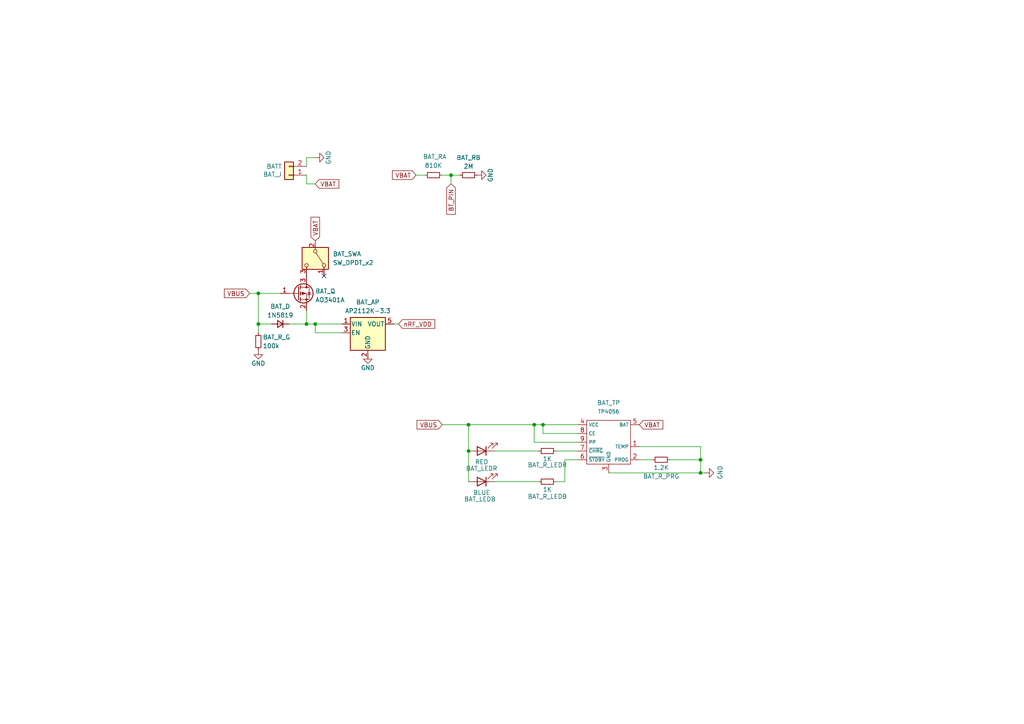
<source format=kicad_sch>
(kicad_sch (version 20250114) (generator "eeschema") (generator_version "9.0")
  (paper "A4")
  (lib_symbols
    (symbol "Connector_Generic:Conn_01x02" (pin_names (offset 1.016) (hide yes))
      (property "Reference" "J" (at 0 2.54 0))
      (property "Value" "Conn_01x02" (at 0 -5.08 0))
      (symbol "Conn_01x02_1_1"
        (rectangle (start -1.27 1.27) (end 1.27 -3.81) (stroke (width 0.254)) (fill (type background)))
        (rectangle (start -1.27 0.127) (end 0 -0.127) (stroke (width 0.1524)))
        (rectangle (start -1.27 -2.413) (end 0 -2.667) (stroke (width 0.1524)))
        (pin passive line (at -5.08 0 0) (length 3.81) (name "Pin_1") (number "1"))
        (pin passive line (at -5.08 -2.54 0) (length 3.81) (name "Pin_2") (number "2"))
      )
    )
    (symbol "Device:D_Small" (pin_numbers (hide yes)) (pin_names (offset 0.254) (hide yes))
      (property "Reference" "D" (at -1.27 2.032 0))
      (property "Value" "D_Small" (at -3.81 -2.032 0))
      (symbol "D_Small_0_1"
        (polyline (pts (xy -0.762 0) (xy 0.762 0)))
        (polyline (pts (xy -0.762 -1.016) (xy -0.762 1.016)) (stroke (width 0.254)))
        (polyline (pts (xy 0.762 -1.016) (xy -0.762 0) (xy 0.762 1.016) (xy 0.762 -1.016)) (stroke (width 0.254)))
      )
      (symbol "D_Small_1_1"
        (pin passive line (at -2.54 0 0) (length 1.778) (name "K") (number "1"))
        (pin passive line (at 2.54 0 180) (length 1.778) (name "A") (number "2"))
      )
    )
    (symbol "Device:LED" (pin_numbers (hide yes)) (pin_names (offset 1.016) (hide yes))
      (property "Reference" "D" (at 0 2.54 0))
      (property "Value" "LED" (at 0 -2.54 0))
      (symbol "LED_0_1"
        (polyline (pts (xy -3.048 -0.762) (xy -4.572 -2.286) (xy -3.81 -2.286) (xy -4.572 -2.286) (xy -4.572 -1.524)))
        (polyline (pts (xy -1.778 -0.762) (xy -3.302 -2.286) (xy -2.54 -2.286) (xy -3.302 -2.286) (xy -3.302 -1.524)))
        (polyline (pts (xy -1.27 0) (xy 1.27 0)))
        (polyline (pts (xy -1.27 -1.27) (xy -1.27 1.27)) (stroke (width 0.254)))
        (polyline (pts (xy 1.27 -1.27) (xy 1.27 1.27) (xy -1.27 0) (xy 1.27 -1.27)) (stroke (width 0.254)))
      )
      (symbol "LED_1_1"
        (pin passive line (at -3.81 0 0) (length 2.54) (name "K") (number "1"))
        (pin passive line (at 3.81 0 180) (length 2.54) (name "A") (number "2"))
      )
    )
    (symbol "Device:R_Small" (pin_numbers (hide yes)) (pin_names (offset 0.254) (hide yes))
      (property "Reference" "R" (at 0.762 0.508 0))
      (property "Value" "R_Small" (at 0.762 -1.016 0))
      (symbol "R_Small_0_1"
        (rectangle (start -0.762 1.778) (end 0.762 -1.778) (stroke (width 0.2032)))
      )
      (symbol "R_Small_1_1"
        (pin passive line (at 0 2.54 270) (length 0.762) (name "~") (number "1"))
        (pin passive line (at 0 -2.54 90) (length 0.762) (name "~") (number "2"))
      )
    )
    (symbol "ErgoCai:AP2112K-3.3" (pin_names (offset 0.254))
      (property "Reference" "U" (at -5.08 5.715 0))
      (property "Value" "AP2112K-3.3" (at 0 5.715 0))
      (symbol "AP2112K-3.3_0_1"
        (rectangle (start -5.08 4.445) (end 5.08 -5.08) (stroke (width 0.254)) (fill (type background)))
      )
      (symbol "AP2112K-3.3_1_1"
        (pin power_in line (at -7.62 2.54 0) (length 2.54) (name "VIN") (number "1"))
        (pin input line (at -7.62 0 0) (length 2.54) (name "EN") (number "3"))
        (pin power_in line (at 0 -7.62 90) (length 2.54) (name "GND") (number "2"))
        (pin no_connect line (at 5.08 0 180) (length 2.54) (hide yes) (name "NC") (number "4"))
        (pin power_out line (at 7.62 2.54 180) (length 2.54) (name "VOUT") (number "5"))
      )
    )
    (symbol "ErgoCai:TP4056"
      (property "Reference" "U" (at 1.27 13.97 0))
      (property "Value" "TP4056" (at 8.89 13.97 0))
      (symbol "TP4056_0_1"
        (rectangle (start 0 12.7) (end 12.7 0))
      )
      (symbol "TP4056_1_1"
        (pin input line (at -2.54 11.43 0) (length 2.54) (name "VCC") (number "4"))
        (pin input line (at -2.54 8.89 0) (length 2.54) (name "CE") (number "8"))
        (pin input line (at -2.54 6.35 0) (length 2.54) (name "PP") (number "9"))
        (pin input line (at -2.54 3.81 0) (length 2.54) (name "~{CHRG}") (number "7"))
        (pin input line (at -2.54 1.27 0) (length 2.54) (name "~{STDBY}") (number "6"))
        (pin input line (at 6.35 -2.54 90) (length 2.54) (name "GND") (number "3"))
        (pin input line (at 15.24 11.43 180) (length 2.54) (name "BAT") (number "5"))
        (pin input line (at 15.24 5.08 180) (length 2.54) (name "TEMP") (number "1"))
        (pin input line (at 15.24 1.27 180) (length 2.54) (name "PROG") (number "2"))
      )
    )
    (symbol "Switch:SW_DPDT_x2" (pin_names (offset 0) (hide yes))
      (property "Reference" "SW" (at 0 5.08 0))
      (property "Value" "SW_DPDT_x2" (at 0 -5.08 0))
      (symbol "SW_DPDT_x2_0_0"
        (circle (center -2.032 0) (radius 0.508))
        (circle (center 2.032 -2.54) (radius 0.508))
      )
      (symbol "SW_DPDT_x2_0_1"
        (rectangle (start -3.175 3.81) (end 3.175 -3.81) (stroke (width 0.254)) (fill (type background)))
        (polyline (pts (xy -1.524 0.254) (xy 1.5748 2.286)))
        (circle (center 2.032 2.54) (radius 0.508))
      )
      (symbol "SW_DPDT_x2_1_1"
        (pin passive line (at -5.08 0 0) (length 2.54) (name "B") (number "2"))
        (pin passive line (at 5.08 2.54 180) (length 2.54) (name "A") (number "1"))
        (pin passive line (at 5.08 -2.54 180) (length 2.54) (name "C") (number "3"))
      )
      (symbol "SW_DPDT_x2_2_1"
        (pin passive line (at -5.08 0 0) (length 2.54) (name "B") (number "5"))
        (pin passive line (at 5.08 2.54 180) (length 2.54) (name "A") (number "4"))
        (pin passive line (at 5.08 -2.54 180) (length 2.54) (name "C") (number "6"))
      )
    )
    (symbol "Transistor_FET:AO3401A" (pin_names (hide yes))
      (property "Reference" "Q" (at 5.08 1.905 0))
      (property "Value" "AO3401A" (at 5.08 0 0))
      (symbol "AO3401A_0_1"
        (polyline (pts (xy 0.254 1.905) (xy 0.254 -1.905)) (stroke (width 0.254)))
        (polyline (pts (xy 0.254 0) (xy -2.54 0)))
        (polyline (pts (xy 0.762 2.286) (xy 0.762 1.27)) (stroke (width 0.254)))
        (polyline (pts (xy 0.762 1.778) (xy 3.302 1.778) (xy 3.302 -1.778) (xy 0.762 -1.778)))
        (polyline (pts (xy 0.762 0.508) (xy 0.762 -0.508)) (stroke (width 0.254)))
        (polyline (pts (xy 0.762 -1.27) (xy 0.762 -2.286)) (stroke (width 0.254)))
        (circle (center 1.651 0) (radius 2.794) (stroke (width 0.254)))
        (polyline (pts (xy 2.286 0) (xy 1.27 0.381) (xy 1.27 -0.381) (xy 2.286 0)) (fill (type outline)))
        (polyline (pts (xy 2.54 2.54) (xy 2.54 1.778)))
        (circle (center 2.54 1.778) (radius 0.254) (fill (type outline)))
        (circle (center 2.54 -1.778) (radius 0.254) (fill (type outline)))
        (polyline (pts (xy 2.54 -2.54) (xy 2.54 0) (xy 0.762 0)))
        (polyline (pts (xy 2.794 -0.508) (xy 2.921 -0.381) (xy 3.683 -0.381) (xy 3.81 -0.254)))
        (polyline (pts (xy 3.302 -0.381) (xy 2.921 0.254) (xy 3.683 0.254) (xy 3.302 -0.381)))
      )
      (symbol "AO3401A_1_1"
        (pin input line (at -5.08 0 0) (length 2.54) (name "G") (number "1"))
        (pin passive line (at 2.54 5.08 270) (length 2.54) (name "D") (number "3"))
        (pin passive line (at 2.54 -5.08 90) (length 2.54) (name "S") (number "2"))
      )
    )
    (symbol "power:GND" (power) (pin_numbers (hide yes)) (pin_names (offset 0) (hide yes))
      (property "Value" "GND" (at 0 -3.81 0))
      (symbol "GND_0_1"
        (polyline (pts (xy 0 0) (xy 0 -1.27) (xy 1.27 -1.27) (xy 0 -2.54) (xy -1.27 -1.27) (xy 0 -1.27)))
      )
      (symbol "GND_1_1"
        (pin power_in line (at 0 0 270) (length 0) (name "~") (number "1"))
      )
    )
  )
  (junction (at 154.94 123.19))
  (junction (at 157.48 123.19))
  (junction (at 74.93 93.98) (diameter 0.9144))
  (junction (at 203.2 137.16))
  (junction (at 74.93 85.09) (diameter 0.9144))
  (junction (at 135.89 130.81))
  (junction (at 135.89 123.19))
  (junction (at 130.81 50.8))
  (junction (at 91.44 93.98) (diameter 0.9144))
  (junction (at 88.9 93.98) (diameter 0.9144))
  (junction (at 203.2 133.35))
  (no_connect (at 93.98 80.01))
  (wire (pts (xy 91.44 96.52) (xy 99.06 96.52)))
  (wire (pts (xy 83.82 93.98) (xy 88.9 93.98)))
  (wire (pts (xy 157.48 125.73) (xy 157.48 123.19)))
  (wire (pts (xy 157.48 123.19) (xy 154.94 123.19)))
  (wire (pts (xy 74.93 93.98) (xy 74.93 96.52)))
  (wire (pts (xy 185.42 133.35) (xy 189.23 133.35)))
  (wire (pts (xy 203.2 133.35) (xy 203.2 137.16)))
  (wire (pts (xy 135.89 123.19) (xy 128.27 123.19)))
  (wire (pts (xy 106.68 104.14) (xy 106.68 102.87)))
  (wire (pts (xy 157.48 123.19) (xy 167.64 123.19)))
  (wire (pts (xy 88.9 53.34) (xy 91.44 53.34)))
  (wire (pts (xy 154.94 128.27) (xy 154.94 123.19)))
  (wire (pts (xy 114.3 93.98) (xy 115.57 93.98)))
  (wire (pts (xy 163.83 133.35) (xy 167.64 133.35)))
  (wire (pts (xy 203.2 129.54) (xy 203.2 133.35)))
  (wire (pts (xy 161.29 139.7) (xy 163.83 139.7)))
  (wire (pts (xy 88.9 93.98) (xy 91.44 93.98)))
  (wire (pts (xy 72.39 85.09) (xy 74.93 85.09)))
  (wire (pts (xy 143.51 130.81) (xy 156.21 130.81)))
  (wire (pts (xy 203.2 137.16) (xy 176.53 137.16)))
  (wire (pts (xy 120.65 50.8) (xy 123.19 50.8)))
  (wire (pts (xy 185.42 129.54) (xy 203.2 129.54)))
  (wire (pts (xy 88.9 45.72) (xy 91.44 45.72)))
  (wire (pts (xy 204.47 137.16) (xy 203.2 137.16)))
  (wire (pts (xy 161.29 130.81) (xy 167.64 130.81)))
  (wire (pts (xy 74.93 93.98) (xy 78.74 93.98)))
  (wire (pts (xy 130.81 53.34) (xy 130.81 50.8)))
  (wire (pts (xy 135.89 123.19) (xy 154.94 123.19)))
  (wire (pts (xy 167.64 128.27) (xy 154.94 128.27)))
  (wire (pts (xy 88.9 50.8) (xy 88.9 53.34)))
  (wire (pts (xy 135.89 123.19) (xy 135.89 130.81)))
  (wire (pts (xy 91.44 93.98) (xy 91.44 96.52)))
  (wire (pts (xy 91.44 93.98) (xy 99.06 93.98)))
  (wire (pts (xy 74.93 85.09) (xy 81.28 85.09)))
  (wire (pts (xy 88.9 48.26) (xy 88.9 45.72)))
  (wire (pts (xy 128.27 50.8) (xy 130.81 50.8)))
  (wire (pts (xy 194.31 133.35) (xy 203.2 133.35)))
  (wire (pts (xy 74.93 85.09) (xy 74.93 93.98)))
  (wire (pts (xy 88.9 90.17) (xy 88.9 93.98)))
  (wire (pts (xy 135.89 130.81) (xy 135.89 139.7)))
  (wire (pts (xy 167.64 125.73) (xy 157.48 125.73)))
  (wire (pts (xy 130.81 50.8) (xy 133.35 50.8)))
  (wire (pts (xy 143.51 139.7) (xy 156.21 139.7)))
  (wire (pts (xy 163.83 139.7) (xy 163.83 133.35)))
  (global_label "VBAT" (shape input) (at 91.44 69.85 90) (property "Intersheetrefs" "${INTERSHEET_REFS}" (effects (hide yes))))
  (global_label "VBAT" (shape input) (at 120.65 50.8 180) (property "Intersheetrefs" "${INTERSHEET_REFS}" (effects (hide yes))))
  (global_label "nRF_VDD" (shape input) (at 115.57 93.98 0) (property "Intersheetrefs" "${INTERSHEET_REFS}" (effects (hide yes))))
  (global_label "VBUS" (shape input) (at 72.39 85.09 180) (property "Intersheetrefs" "${INTERSHEET_REFS}" (effects (hide yes))))
  (global_label "VBUS" (shape input) (at 128.27 123.19 180) (property "Intersheetrefs" "${INTERSHEET_REFS}" (effects (hide yes))))
  (global_label "VBAT" (shape input) (at 185.42 123.19 0) (property "Intersheetrefs" "${INTERSHEET_REFS}" (effects (hide yes))))
  (global_label "BT_PIN" (shape input) (at 130.81 53.34 270) (property "Intersheetrefs" "${INTERSHEET_REFS}" (effects (hide yes))))
  (global_label "VBAT" (shape input) (at 91.44 53.34 0) (property "Intersheetrefs" "${INTERSHEET_REFS}" (effects (hide yes))))
  (symbol (lib_id "Device:R_Small") (at 191.77 133.35 90) (unit 1)
    (property "Reference" "BAT_R_PRG" (at 191.77 138.176 90))
    (property "Value" "1.2K" (at 191.77 135.636 90))
    (property "Footprint" "ErgoCai.pretty:R_0603_1608Metric" (effects (hide yes)))
    (property "Description" "Resistor, small symbol" (effects (hide yes)))
  )
  (symbol (lib_id "Switch:SW_DPDT_x2") (at 91.44 74.93 270) (unit 1)
    (property "Reference" "BAT_SW" (at 96.52 73.6599 90) (effects (justify left)))
    (property "Value" "SW_DPDT_x2" (at 96.52 76.1999 90) (effects (justify left)))
    (property "Footprint" "ErgoCai.pretty:MSK-12C02" (effects (hide yes)))
    (property "Description" "Switch, dual pole double throw, separate symbols" (effects (hide yes)))
  )
  (symbol (lib_id "Device:R_Small") (at 158.75 139.7 90) (unit 1)
    (property "Reference" "BAT_R_LEDB" (at 158.75 144.018 90))
    (property "Value" "1K" (at 158.75 141.986 90))
    (property "Footprint" "ErgoCai.pretty:R_0603_1608Metric" (effects (hide yes)))
    (property "Description" "Resistor, small symbol" (effects (hide yes)))
  )
  (symbol (lib_id "power:GND") (at 204.47 137.16 90) (unit 1)
    (property "Reference" "#PWR?" (effects (hide yes)))
    (property "Value" "GND" (at 208.8642 137.033 0))
    (property "Description" "Power symbol creates a global label with name \"GND\" , ground" (effects (hide yes)))
  )
  (symbol (lib_id "Device:LED") (at 139.7 139.7 180) (unit 1)
    (property "Reference" "BAT_LEDB" (at 139.192 144.78 0))
    (property "Value" "BLUE" (at 139.7 142.875 0))
    (property "Footprint" "ErgoCai.pretty:LED_0603_1608Metric" (effects (hide yes)))
    (property "Description" "Light emitting diode" (effects (hide yes)))
  )
  (symbol (lib_id "Device:LED") (at 139.7 130.81 180) (unit 1)
    (property "Reference" "BAT_LEDR" (at 139.7 135.89 0))
    (property "Value" "RED" (at 139.7 133.985 0))
    (property "Footprint" "ErgoCai.pretty:LED_0603_1608Metric" (effects (hide yes)))
    (property "Description" "Light emitting diode" (effects (hide yes)))
  )
  (symbol (lib_id "power:GND") (at 106.68 102.87 0) (unit 1)
    (property "Reference" "#PWR?" (effects (hide yes)))
    (property "Value" "GND" (at 106.68 106.68 0))
    (property "Description" "Power symbol creates a global label with name \"GND\" , ground" (effects (hide yes)))
  )
  (symbol (lib_id "Device:R_Small") (at 74.93 99.06 0) (unit 1)
    (property "Reference" "BAT_R_G" (at 76.2 97.7899 0) (effects (justify left)))
    (property "Value" "100k" (at 76.2 100.3299 0) (effects (justify left)))
    (property "Footprint" "ErgoCai.pretty:R_0603_1608Metric" (effects (hide yes)))
    (property "Description" "Resistor, small symbol" (effects (hide yes)))
  )
  (symbol (lib_id "Device:D_Small") (at 81.28 93.98 180) (unit 1)
    (property "Reference" "BAT_D" (at 81.28 88.9 0))
    (property "Value" "1N5819" (at 81.28 91.44 0))
    (property "Footprint" "ErgoCai.pretty:D_SOD-123" (effects (hide yes)))
    (property "Description" "Diode, small symbol" (effects (hide yes)))
    (property "Sim.Device" "D" (effects (hide yes)))
    (property "Sim.Pins" "1=K 2=A" (effects (hide yes)))
  )
  (symbol (lib_id "Transistor_FET:AO3401A") (at 86.36 85.09 0) (unit 1)
    (property "Reference" "BAT_Q" (at 91.44 84.4549 0) (effects (justify left)))
    (property "Value" "AO3401A" (at 91.44 86.9949 0) (effects (justify left)))
    (property "Footprint" "ErgoCai.pretty:SOT-23" (effects (hide yes)))
    (property "Datasheet" "http://www.aosmd.com/pdfs/datasheet/AO3401A.pdf" (effects (hide yes)))
    (property "Description" "-4.0A Id, -30V Vds, P-Channel MOSFET, SOT-23" (effects (hide yes)))
  )
  (symbol (lib_id "ErgoCai:AP2112K-3.3") (at 106.68 96.52 0) (unit 1)
    (property "Reference" "BAT_AP" (at 106.68 87.63 0))
    (property "Value" "AP2112K-3.3" (at 106.68 90.17 0))
    (property "Footprint" "ErgoCai.pretty:SOT-23-5" (effects (hide yes)))
    (property "Datasheet" "https://www.diodes.com/assets/Datasheets/AP2112.pdf" (effects (hide yes)))
    (property "Description" "600mA low dropout linear regulator, with enable pin, 3.8V-6V input voltage range, 3.3V fixed positive output, SOT-23-5" (effects (hide yes)))
  )
  (symbol (lib_id "power:GND") (at 138.43 50.8 90) (unit 1)
    (property "Reference" "#PWR?" (effects (hide yes)))
    (property "Value" "GND" (at 142.24 50.8 0))
    (property "Description" "Power symbol creates a global label with name \"GND\" , ground" (effects (hide yes)))
  )
  (symbol (lib_id "Device:R_Small") (at 125.73 50.8 90) (unit 1)
    (property "Reference" "BAT_RA" (at 129.54 45.466 90) (effects (justify left)))
    (property "Value" "810K" (at 128.27 48.006 90) (effects (justify left)))
    (property "Footprint" "ErgoCai.pretty:R_0603_1608Metric" (effects (hide yes)))
    (property "Description" "Resistor, small symbol" (effects (hide yes)))
  )
  (symbol (lib_id "Connector_Generic:Conn_01x02") (at 83.82 50.8 180) (unit 1)
    (property "Reference" "BAT_J" (at 81.788 50.5968 0) (effects (justify left)))
    (property "Value" "BATT" (at 81.788 48.2854 0) (effects (justify left)))
    (property "Footprint" "ErgoCai.pretty:Battery_Holder_18650_Nickel" (effects (hide yes)))
    (property "Description" "Generic connector, single row, 01x02, script generated (kicad-library-utils/schlib/autogen/connector/)" (effects (hide yes)))
  )
  (symbol (lib_id "power:GND") (at 74.93 101.6 0) (unit 1)
    (property "Reference" "#PWR?" (effects (hide yes)))
    (property "Value" "GND" (at 74.93 105.41 0))
    (property "Description" "Power symbol creates a global label with name \"GND\" , ground" (effects (hide yes)))
  )
  (symbol (lib_id "Device:R_Small") (at 135.89 50.8 90) (unit 1)
    (property "Reference" "BAT_RB" (at 135.89 45.72 90))
    (property "Value" "2M" (at 135.89 48.26 90))
    (property "Footprint" "ErgoCai.pretty:R_0603_1608Metric" (effects (hide yes)))
    (property "Description" "Resistor, small symbol" (effects (hide yes)))
  )
  (symbol (lib_id "ErgoCai:TP4056") (at 170.18 134.62 0) (unit 1)
    (property "Reference" "BAT_TP" (at 176.53 116.84 0))
    (property "Value" "TP4056" (at 176.53 119.38 0) (effects (font (size 1.1 1.1))))
    (property "Footprint" "ErgoCai.pretty:SOIC-8-1EP_3.9x4.9mm_P1.27mm_EP2.29x3mm" (effects (hide yes)))
    (property "Description" "TP4056" (effects (hide yes)))
  )
  (symbol (lib_id "power:GND") (at 91.44 45.72 90) (unit 1)
    (property "Reference" "#PWR?" (effects (hide yes)))
    (property "Value" "GND" (at 95.25 45.72 0))
    (property "Description" "Power symbol creates a global label with name \"GND\" , ground" (effects (hide yes)))
  )
  (symbol (lib_id "Device:R_Small") (at 158.75 130.81 90) (unit 1)
    (property "Reference" "BAT_R_LEDR" (at 158.75 134.874 90))
    (property "Value" "1K" (at 158.75 133.096 90))
    (property "Footprint" "ErgoCai.pretty:R_0603_1608Metric" (effects (hide yes)))
    (property "Description" "Resistor, small symbol" (effects (hide yes)))
  )
)
</source>
